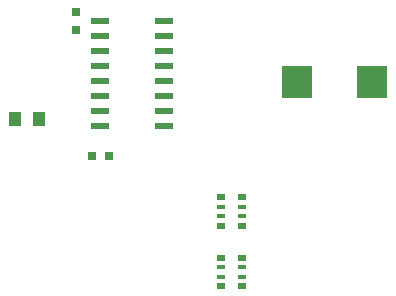
<source format=gbr>
G04 #@! TF.GenerationSoftware,KiCad,Pcbnew,(6.0.0-rc1-dev-557-ge985f797c)*
G04 #@! TF.CreationDate,2018-12-31T20:35:23+01:00*
G04 #@! TF.ProjectId,MAN Adapterplatine,4D414E2041646170746572706C617469,1.0*
G04 #@! TF.SameCoordinates,Original*
G04 #@! TF.FileFunction,Paste,Top*
G04 #@! TF.FilePolarity,Positive*
%FSLAX46Y46*%
G04 Gerber Fmt 4.6, Leading zero omitted, Abs format (unit mm)*
G04 Created by KiCad (PCBNEW (6.0.0-rc1-dev-557-ge985f797c)) date 12/31/18 20:35:23*
%MOMM*%
%LPD*%
G01*
G04 APERTURE LIST*
%ADD10R,1.500000X0.600000*%
%ADD11R,0.800000X0.500000*%
%ADD12R,0.800000X0.400000*%
%ADD13R,0.800000X0.750000*%
%ADD14R,0.750000X0.800000*%
%ADD15R,2.550000X2.700000*%
%ADD16R,1.000000X1.250000*%
G04 APERTURE END LIST*
D10*
G04 #@! TO.C,U1*
X117200000Y-83645000D03*
X117200000Y-82375000D03*
X117200000Y-81105000D03*
X117200000Y-79835000D03*
X117200000Y-78565000D03*
X117200000Y-77295000D03*
X117200000Y-76025000D03*
X117200000Y-74755000D03*
X111800000Y-74755000D03*
X111800000Y-76025000D03*
X111800000Y-77295000D03*
X111800000Y-78565000D03*
X111800000Y-79835000D03*
X111800000Y-81105000D03*
X111800000Y-82375000D03*
X111800000Y-83645000D03*
G04 #@! TD*
D11*
G04 #@! TO.C,RN2*
X122000000Y-89700000D03*
D12*
X122000000Y-91300000D03*
X122000000Y-90500000D03*
D11*
X122000000Y-92100000D03*
D12*
X123800000Y-90500000D03*
D11*
X123800000Y-89700000D03*
D12*
X123800000Y-91300000D03*
D11*
X123800000Y-92100000D03*
G04 #@! TD*
G04 #@! TO.C,RN1*
X122000000Y-94800000D03*
D12*
X122000000Y-96400000D03*
X122000000Y-95600000D03*
D11*
X122000000Y-97200000D03*
D12*
X123800000Y-95600000D03*
D11*
X123800000Y-94800000D03*
D12*
X123800000Y-96400000D03*
D11*
X123800000Y-97200000D03*
G04 #@! TD*
D13*
G04 #@! TO.C,C4*
X111050000Y-86200000D03*
X112550000Y-86200000D03*
G04 #@! TD*
D14*
G04 #@! TO.C,C3*
X109700000Y-74000000D03*
X109700000Y-75500000D03*
G04 #@! TD*
D15*
G04 #@! TO.C,C2*
X134775000Y-79900000D03*
X128425000Y-79900000D03*
G04 #@! TD*
D16*
G04 #@! TO.C,C1*
X106600000Y-83100000D03*
X104600000Y-83100000D03*
G04 #@! TD*
M02*

</source>
